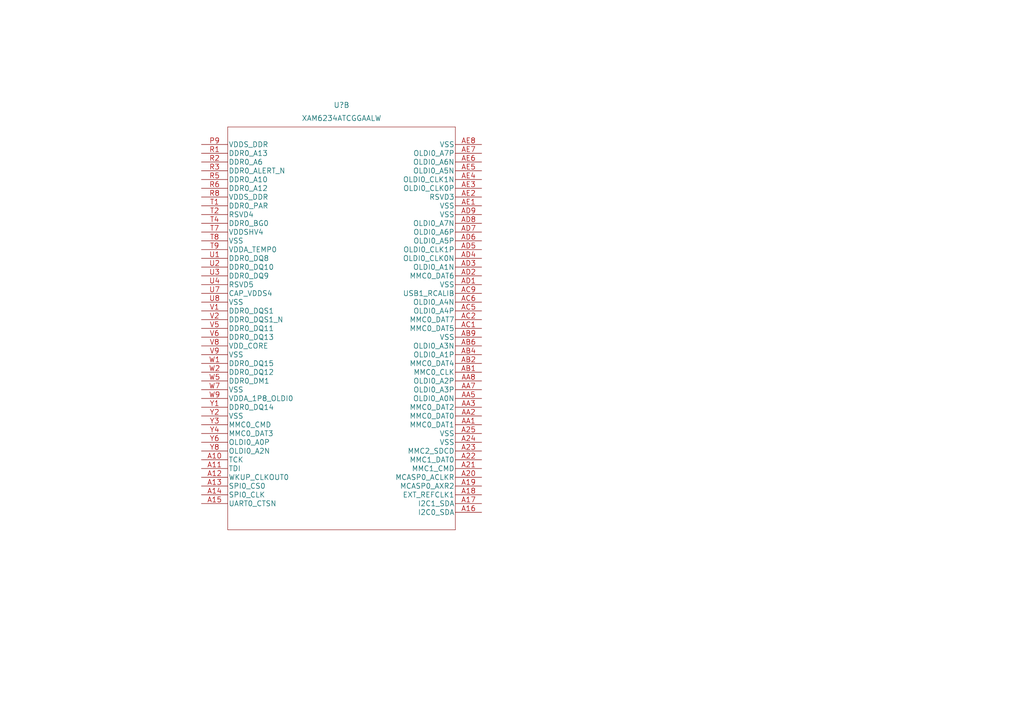
<source format=kicad_sch>
(kicad_sch (version 20211123) (generator eeschema)
  (paper "A4")
  (lib_symbols
    (symbol "XAM6234ATCGGAALW:XAM6234ATCGGAALW" (pin_names (offset 0.254))
      (property "Reference" "U" (at 45.72 10.16 0))
      (property "Value" "XAM6234ATCGGAALW" (at 45.72 7.62 0))
      (symbol "XAM6234ATCGGAALW_1_1"
        (polyline (pts (xy 7.62 -111.76) (xy 83.82 -111.76)) (stroke (width 0.127)))
        (polyline (pts (xy 7.62 5.08) (xy 7.62 -111.76)) (stroke (width 0.127)))
        (polyline (pts (xy 83.82 -111.76) (xy 83.82 5.08)) (stroke (width 0.127)))
        (polyline (pts (xy 83.82 5.08) (xy 7.62 5.08)) (stroke (width 0.127)))
        (pin power_in line (at 0 0 0) (length 7.62) (name "VSS") (number "A1"))
        (pin unspecified line (at 0 -2.54 0) (length 7.62) (name "RSVD1") (number "A2"))
        (pin output line (at 0 -5.08 0) (length 7.62) (name "MCU_OSC0_XO") (number "A3"))
        (pin bidirectional line (at 0 -7.62 0) (length 7.62) (name "WKUP_UART0_RTSN") (number "A4"))
        (pin bidirectional line (at 0 -10.16 0) (length 7.62) (name "MCU_UART0_TXD") (number "A5"))
        (pin bidirectional line (at 0 -12.7 0) (length 7.62) (name "MCU_UART0_CTSN") (number "A6"))
        (pin bidirectional line (at 0 -15.24 0) (length 7.62) (name "MCU_SPI0_CLK") (number "A7"))
        (pin bidirectional line (at 0 -17.78 0) (length 7.62) (name "MCU_I2C0_SCL") (number "A8"))
        (pin bidirectional line (at 0 -20.32 0) (length 7.62) (name "WKUP_I2C0_SDA") (number "A9"))
        (pin unspecified line (at 0 -22.86 0) (length 7.62) (name "RSVD0") (number "B1"))
        (pin input line (at 0 -25.4 0) (length 7.62) (name "MCU_OSC0_XI") (number "B2"))
        (pin bidirectional line (at 0 -27.94 0) (length 7.62) (name "MCU_MCAN0_RX") (number "B3"))
        (pin bidirectional line (at 0 -30.48 0) (length 7.62) (name "WKUP_UART0_RXD") (number "B4"))
        (pin bidirectional line (at 0 -33.02 0) (length 7.62) (name "MCU_UART0_RXD") (number "B5"))
        (pin bidirectional line (at 0 -35.56 0) (length 7.62) (name "MCU_UART0_RTSN") (number "B6"))
        (pin bidirectional line (at 0 -38.1 0) (length 7.62) (name "PMIC_LPM_EN0") (number "B7"))
        (pin bidirectional line (at 0 -40.64 0) (length 7.62) (name "MCU_SPI0_CS1") (number "B8"))
        (pin bidirectional line (at 0 -43.18 0) (length 7.62) (name "WKUP_I2C0_SCL") (number "B9"))
        (pin bidirectional line (at 0 -45.72 0) (length 7.62) (name "WKUP_LFOSC0_XO") (number "C1"))
        (pin input line (at 0 -48.26 0) (length 7.62) (name "WKUP_LFOSC0_XI") (number "C2"))
        (pin bidirectional line (at 0 -50.8 0) (length 7.62) (name "WKUP_UART0_TXD") (number "C5"))
        (pin bidirectional line (at 0 -53.34 0) (length 7.62) (name "WKUP_UART0_CTSN") (number "C6"))
        (pin bidirectional line (at 0 -55.88 0) (length 7.62) (name "MCU_SPI0_D1") (number "C9"))
        (pin bidirectional line (at 0 -58.42 0) (length 7.62) (name "MCU_ERRORN") (number "D1"))
        (pin bidirectional line (at 0 -60.96 0) (length 7.62) (name "MCU_PORZ") (number "D2"))
        (pin bidirectional line (at 0 -63.5 0) (length 7.62) (name "MCU_MCAN1_RX") (number "D4"))
        (pin bidirectional line (at 0 -66.04 0) (length 7.62) (name "MCU_MCAN0_TX") (number "D6"))
        (pin bidirectional line (at 0 -68.58 0) (length 7.62) (name "MCU_SPI0_D0") (number "D9"))
        (pin bidirectional line (at 0 -71.12 0) (length 7.62) (name "DDR0_DQS0") (number "E1"))
        (pin bidirectional line (at 0 -73.66 0) (length 7.62) (name "DDR0_DQS0_N") (number "E2"))
        (pin bidirectional line (at 0 -76.2 0) (length 7.62) (name "DDR0_DQ4") (number "E3"))
        (pin bidirectional line (at 0 -78.74 0) (length 7.62) (name "MCU_MCAN1_TX") (number "E5"))
        (pin unspecified line (at 0 -81.28 0) (length 7.62) (name "RSVD8") (number "E7"))
        (pin bidirectional line (at 0 -83.82 0) (length 7.62) (name "MCU_SPI0_CS0") (number "E8"))
        (pin bidirectional line (at 0 -86.36 0) (length 7.62) (name "DDR0_DQ7") (number "F1"))
        (pin bidirectional line (at 0 -88.9 0) (length 7.62) (name "DDR0_DQ6") (number "F2"))
        (pin bidirectional line (at 0 -91.44 0) (length 7.62) (name "DDR0_DQ2") (number "F3"))
        (pin bidirectional line (at 0 -93.98 0) (length 7.62) (name "DDR0_DQ0") (number "F4"))
        (pin unspecified line (at 0 -96.52 0) (length 7.62) (name "RSVD2") (number "F6"))
        (pin power_in line (at 0 -99.06 0) (length 7.62) (name "VDD_CANUART") (number "F8"))
        (pin output line (at 0 -101.6 0) (length 7.62) (name "DDR0_RESET0_N") (number "G1"))
        (pin bidirectional line (at 0 -104.14 0) (length 7.62) (name "DDR0_DQ5") (number "G2"))
        (pin bidirectional line (at 91.44 -106.68 180) (length 7.62) (name "DDR0_DQ1") (number "G5"))
        (pin power_in line (at 91.44 -104.14 180) (length 7.62) (name "VDDS_OSC0") (number "G7"))
        (pin unspecified line (at 91.44 -101.6 180) (length 7.62) (name "CAP_VDDS_CANUART") (number "G9"))
        (pin output line (at 91.44 -99.06 180) (length 7.62) (name "DDR0_ODT0") (number "H1"))
        (pin output line (at 91.44 -96.52 180) (length 7.62) (name "DDR0_CKE0") (number "H2"))
        (pin bidirectional line (at 91.44 -93.98 180) (length 7.62) (name "DDR0_DM0") (number "H5"))
        (pin bidirectional line (at 91.44 -91.44 180) (length 7.62) (name "DDR0_DQ3") (number "H6"))
        (pin power_in line (at 91.44 -88.9 180) (length 7.62) (name "VDD_CORE") (number "H8"))
        (pin power_in line (at 91.44 -86.36 180) (length 7.62) (name "VDDSHV_CANUART") (number "H9"))
        (pin output line (at 91.44 -83.82 180) (length 7.62) (name "DDR0_A0") (number "J1"))
        (pin output line (at 91.44 -81.28 180) (length 7.62) (name "DDR0_A1") (number "J2"))
        (pin output line (at 91.44 -78.74 180) (length 7.62) (name "DDR0_ODT1") (number "J3"))
        (pin output line (at 91.44 -76.2 180) (length 7.62) (name "DDR0_CKE1") (number "J4"))
        (pin power_in line (at 91.44 -73.66 180) (length 7.62) (name "VSS") (number "J7"))
        (pin power_in line (at 91.44 -71.12 180) (length 7.62) (name "VPP") (number "J8"))
        (pin output line (at 91.44 -68.58 180) (length 7.62) (name "DDR0_A5") (number "K1"))
        (pin output line (at 91.44 -66.04 180) (length 7.62) (name "DDR0_CS1_N") (number "K2"))
        (pin output line (at 91.44 -63.5 180) (length 7.62) (name "DDR0_A2") (number "K3"))
        (pin output line (at 91.44 -60.96 180) (length 7.62) (name "DDR0_A4") (number "K4"))
        (pin power_in line (at 91.44 -58.42 180) (length 7.62) (name "VSS") (number "K7"))
        (pin power_in line (at 91.44 -55.88 180) (length 7.62) (name "VDDS_DDR") (number "K9"))
        (pin output line (at 91.44 -53.34 180) (length 7.62) (name "DDR0_CK0") (number "L1"))
        (pin output line (at 91.44 -50.8 180) (length 7.62) (name "DDR0_CK0_N") (number "L2"))
        (pin output line (at 91.44 -48.26 180) (length 7.62) (name "DDR0_A3") (number "L5"))
        (pin output line (at 91.44 -45.72 180) (length 7.62) (name "DDR0_CS0_N") (number "L6"))
        (pin power_in line (at 91.44 -43.18 180) (length 7.62) (name "VDDS_DDR") (number "L8"))
        (pin output line (at 91.44 -40.64 180) (length 7.62) (name "DDR0_BA0") (number "M1"))
        (pin unspecified line (at 91.44 -38.1 180) (length 7.62) (name "DDR0_CAL0") (number "M2"))
        (pin output line (at 91.44 -35.56 180) (length 7.62) (name "DDR0_CAS_N") (number "M4"))
        (pin output line (at 91.44 -33.02 180) (length 7.62) (name "DDR0_RAS_N") (number "M5"))
        (pin power_in line (at 91.44 -30.48 180) (length 7.62) (name "VSS") (number "M7"))
        (pin power_in line (at 91.44 -27.94 180) (length 7.62) (name "VSS") (number "M8"))
        (pin power_in line (at 91.44 -25.4 180) (length 7.62) (name "VDDS_DDR_C") (number "M9"))
        (pin output line (at 91.44 -22.86 180) (length 7.62) (name "DDR0_BA1") (number "N1"))
        (pin output line (at 91.44 -20.32 180) (length 7.62) (name "DDR0_BG1") (number "N2"))
        (pin output line (at 91.44 -17.78 180) (length 7.62) (name "DDR0_WE_N") (number "N3"))
        (pin output line (at 91.44 -15.24 180) (length 7.62) (name "DDR0_ACT_N") (number "N6"))
        (pin power_in line (at 91.44 -12.7 180) (length 7.62) (name "VDD_CORE") (number "N8"))
        (pin output line (at 91.44 -10.16 180) (length 7.62) (name "DDR0_A8") (number "P1"))
        (pin output line (at 91.44 -7.62 180) (length 7.62) (name "DDR0_A7") (number "P2"))
        (pin output line (at 91.44 -5.08 180) (length 7.62) (name "DDR0_A9") (number "P4"))
        (pin output line (at 91.44 -2.54 180) (length 7.62) (name "DDR0_A11") (number "P5"))
        (pin power_in line (at 91.44 0 180) (length 7.62) (name "VSS") (number "P7"))
      )
      (symbol "XAM6234ATCGGAALW_2_1"
        (polyline (pts (xy 7.62 -111.76) (xy 73.66 -111.76)) (stroke (width 0.127)))
        (polyline (pts (xy 7.62 5.08) (xy 7.62 -111.76)) (stroke (width 0.127)))
        (polyline (pts (xy 73.66 -111.76) (xy 73.66 5.08)) (stroke (width 0.127)))
        (polyline (pts (xy 73.66 5.08) (xy 7.62 5.08)) (stroke (width 0.127)))
        (pin input line (at 0 -91.44 0) (length 7.62) (name "TCK") (number "A10"))
        (pin input line (at 0 -93.98 0) (length 7.62) (name "TDI") (number "A11"))
        (pin bidirectional line (at 0 -96.52 0) (length 7.62) (name "WKUP_CLKOUT0") (number "A12"))
        (pin bidirectional line (at 0 -99.06 0) (length 7.62) (name "SPI0_CS0") (number "A13"))
        (pin bidirectional line (at 0 -101.6 0) (length 7.62) (name "SPI0_CLK") (number "A14"))
        (pin bidirectional line (at 0 -104.14 0) (length 7.62) (name "UART0_CTSN") (number "A15"))
        (pin bidirectional line (at 81.28 -106.68 180) (length 7.62) (name "I2C0_SDA") (number "A16"))
        (pin bidirectional line (at 81.28 -104.14 180) (length 7.62) (name "I2C1_SDA") (number "A17"))
        (pin bidirectional line (at 81.28 -101.6 180) (length 7.62) (name "EXT_REFCLK1") (number "A18"))
        (pin bidirectional line (at 81.28 -99.06 180) (length 7.62) (name "MCASP0_AXR2") (number "A19"))
        (pin bidirectional line (at 81.28 -96.52 180) (length 7.62) (name "MCASP0_ACLKR") (number "A20"))
        (pin bidirectional line (at 81.28 -93.98 180) (length 7.62) (name "MMC1_CMD") (number "A21"))
        (pin bidirectional line (at 81.28 -91.44 180) (length 7.62) (name "MMC1_DAT0") (number "A22"))
        (pin bidirectional line (at 81.28 -88.9 180) (length 7.62) (name "MMC2_SDCD") (number "A23"))
        (pin power_in line (at 81.28 -86.36 180) (length 7.62) (name "VSS") (number "A24"))
        (pin power_in line (at 81.28 -83.82 180) (length 7.62) (name "VSS") (number "A25"))
        (pin bidirectional line (at 81.28 -81.28 180) (length 7.62) (name "MMC0_DAT1") (number "AA1"))
        (pin bidirectional line (at 81.28 -78.74 180) (length 7.62) (name "MMC0_DAT0") (number "AA2"))
        (pin bidirectional line (at 81.28 -76.2 180) (length 7.62) (name "MMC0_DAT2") (number "AA3"))
        (pin bidirectional line (at 81.28 -73.66 180) (length 7.62) (name "OLDI0_A0N") (number "AA5"))
        (pin bidirectional line (at 81.28 -71.12 180) (length 7.62) (name "OLDI0_A3P") (number "AA7"))
        (pin bidirectional line (at 81.28 -68.58 180) (length 7.62) (name "OLDI0_A2P") (number "AA8"))
        (pin bidirectional line (at 81.28 -66.04 180) (length 7.62) (name "MMC0_CLK") (number "AB1"))
        (pin bidirectional line (at 81.28 -63.5 180) (length 7.62) (name "MMC0_DAT4") (number "AB2"))
        (pin bidirectional line (at 81.28 -60.96 180) (length 7.62) (name "OLDI0_A1P") (number "AB4"))
        (pin bidirectional line (at 81.28 -58.42 180) (length 7.62) (name "OLDI0_A3N") (number "AB6"))
        (pin power_in line (at 81.28 -55.88 180) (length 7.62) (name "VSS") (number "AB9"))
        (pin bidirectional line (at 81.28 -53.34 180) (length 7.62) (name "MMC0_DAT5") (number "AC1"))
        (pin bidirectional line (at 81.28 -50.8 180) (length 7.62) (name "MMC0_DAT7") (number "AC2"))
        (pin bidirectional line (at 81.28 -48.26 180) (length 7.62) (name "OLDI0_A4P") (number "AC5"))
        (pin bidirectional line (at 81.28 -45.72 180) (length 7.62) (name "OLDI0_A4N") (number "AC6"))
        (pin bidirectional line (at 81.28 -43.18 180) (length 7.62) (name "USB1_RCALIB") (number "AC9"))
        (pin power_in line (at 81.28 -40.64 180) (length 7.62) (name "VSS") (number "AD1"))
        (pin bidirectional line (at 81.28 -38.1 180) (length 7.62) (name "MMC0_DAT6") (number "AD2"))
        (pin bidirectional line (at 81.28 -35.56 180) (length 7.62) (name "OLDI0_A1N") (number "AD3"))
        (pin bidirectional line (at 81.28 -33.02 180) (length 7.62) (name "OLDI0_CLK0N") (number "AD4"))
        (pin bidirectional line (at 81.28 -30.48 180) (length 7.62) (name "OLDI0_CLK1P") (number "AD5"))
        (pin bidirectional line (at 81.28 -27.94 180) (length 7.62) (name "OLDI0_A5P") (number "AD6"))
        (pin bidirectional line (at 81.28 -25.4 180) (length 7.62) (name "OLDI0_A6P") (number "AD7"))
        (pin bidirectional line (at 81.28 -22.86 180) (length 7.62) (name "OLDI0_A7N") (number "AD8"))
        (pin power_in line (at 81.28 -20.32 180) (length 7.62) (name "VSS") (number "AD9"))
        (pin power_in line (at 81.28 -17.78 180) (length 7.62) (name "VSS") (number "AE1"))
        (pin unspecified line (at 81.28 -15.24 180) (length 7.62) (name "RSVD3") (number "AE2"))
        (pin bidirectional line (at 81.28 -12.7 180) (length 7.62) (name "OLDI0_CLK0P") (number "AE3"))
        (pin bidirectional line (at 81.28 -10.16 180) (length 7.62) (name "OLDI0_CLK1N") (number "AE4"))
        (pin bidirectional line (at 81.28 -7.62 180) (length 7.62) (name "OLDI0_A5N") (number "AE5"))
        (pin bidirectional line (at 81.28 -5.08 180) (length 7.62) (name "OLDI0_A6N") (number "AE6"))
        (pin bidirectional line (at 81.28 -2.54 180) (length 7.62) (name "OLDI0_A7P") (number "AE7"))
        (pin power_in line (at 81.28 0 180) (length 7.62) (name "VSS") (number "AE8"))
        (pin power_in line (at 0 0 0) (length 7.62) (name "VDDS_DDR") (number "P9"))
        (pin output line (at 0 -2.54 0) (length 7.62) (name "DDR0_A13") (number "R1"))
        (pin output line (at 0 -5.08 0) (length 7.62) (name "DDR0_A6") (number "R2"))
        (pin bidirectional line (at 0 -7.62 0) (length 7.62) (name "DDR0_ALERT_N") (number "R3"))
        (pin output line (at 0 -10.16 0) (length 7.62) (name "DDR0_A10") (number "R5"))
        (pin output line (at 0 -12.7 0) (length 7.62) (name "DDR0_A12") (number "R6"))
        (pin power_in line (at 0 -15.24 0) (length 7.62) (name "VDDS_DDR") (number "R8"))
        (pin output line (at 0 -17.78 0) (length 7.62) (name "DDR0_PAR") (number "T1"))
        (pin unspecified line (at 0 -20.32 0) (length 7.62) (name "RSVD4") (number "T2"))
        (pin output line (at 0 -22.86 0) (length 7.62) (name "DDR0_BG0") (number "T4"))
        (pin power_in line (at 0 -25.4 0) (length 7.62) (name "VDDSHV4") (number "T7"))
        (pin power_in line (at 0 -27.94 0) (length 7.62) (name "VSS") (number "T8"))
        (pin power_in line (at 0 -30.48 0) (length 7.62) (name "VDDA_TEMP0") (number "T9"))
        (pin bidirectional line (at 0 -33.02 0) (length 7.62) (name "DDR0_DQ8") (number "U1"))
        (pin bidirectional line (at 0 -35.56 0) (length 7.62) (name "DDR0_DQ10") (number "U2"))
        (pin bidirectional line (at 0 -38.1 0) (length 7.62) (name "DDR0_DQ9") (number "U3"))
        (pin unspecified line (at 0 -40.64 0) (length 7.62) (name "RSVD5") (number "U4"))
        (pin unspecified line (at 0 -43.18 0) (length 7.62) (name "CAP_VDDS4") (number "U7"))
        (pin power_in line (at 0 -45.72 0) (length 7.62) (name "VSS") (number "U8"))
        (pin bidirectional line (at 0 -48.26 0) (length 7.62) (name "DDR0_DQS1") (number "V1"))
        (pin bidirectional line (at 0 -50.8 0) (length 7.62) (name "DDR0_DQS1_N") (number "V2"))
        (pin bidirectional line (at 0 -53.34 0) (length 7.62) (name "DDR0_DQ11") (number "V5"))
        (pin bidirectional line (at 0 -55.88 0) (length 7.62) (name "DDR0_DQ13") (number "V6"))
        (pin power_in line (at 0 -58.42 0) (length 7.62) (name "VDD_CORE") (number "V8"))
        (pin power_in line (at 0 -60.96 0) (length 7.62) (name "VSS") (number "V9"))
        (pin bidirectional line (at 0 -63.5 0) (length 7.62) (name "DDR0_DQ15") (number "W1"))
        (pin bidirectional line (at 0 -66.04 0) (length 7.62) (name "DDR0_DQ12") (number "W2"))
        (pin bidirectional line (at 0 -68.58 0) (length 7.62) (name "DDR0_DM1") (number "W5"))
        (pin power_in line (at 0 -71.12 0) (length 7.62) (name "VSS") (number "W7"))
        (pin power_in line (at 0 -73.66 0) (length 7.62) (name "VDDA_1P8_OLDI0") (number "W9"))
        (pin bidirectional line (at 0 -76.2 0) (length 7.62) (name "DDR0_DQ14") (number "Y1"))
        (pin power_in line (at 0 -78.74 0) (length 7.62) (name "VSS") (number "Y2"))
        (pin bidirectional line (at 0 -81.28 0) (length 7.62) (name "MMC0_CMD") (number "Y3"))
        (pin bidirectional line (at 0 -83.82 0) (length 7.62) (name "MMC0_DAT3") (number "Y4"))
        (pin bidirectional line (at 0 -86.36 0) (length 7.62) (name "OLDI0_A0P") (number "Y6"))
        (pin bidirectional line (at 0 -88.9 0) (length 7.62) (name "OLDI0_A2N") (number "Y8"))
      )
      (symbol "XAM6234ATCGGAALW_3_1"
        (polyline (pts (xy 7.62 -111.76) (xy 73.66 -111.76)) (stroke (width 0.127)))
        (polyline (pts (xy 7.62 5.08) (xy 7.62 -111.76)) (stroke (width 0.127)))
        (polyline (pts (xy 73.66 -111.76) (xy 73.66 5.08)) (stroke (width 0.127)))
        (polyline (pts (xy 73.66 5.08) (xy 7.62 5.08)) (stroke (width 0.127)))
        (pin bidirectional line (at 0 0 0) (length 7.62) (name "USB1_DP") (number "AE9"))
        (pin input line (at 0 -2.54 0) (length 7.62) (name "TRSTN") (number "B10"))
        (pin input line (at 0 -5.08 0) (length 7.62) (name "TMS") (number "B11"))
        (pin bidirectional line (at 0 -7.62 0) (length 7.62) (name "MCU_RESETSTATZ") (number "B12"))
        (pin bidirectional line (at 0 -10.16 0) (length 7.62) (name "SPI0_D0") (number "B13"))
        (pin bidirectional line (at 0 -12.7 0) (length 7.62) (name "SPI0_D1") (number "B14"))
        (pin bidirectional line (at 0 -15.24 0) (length 7.62) (name "UART0_RTSN") (number "B15"))
        (pin bidirectional line (at 0 -17.78 0) (length 7.62) (name "I2C0_SCL") (number "B16"))
        (pin bidirectional line (at 0 -20.32 0) (length 7.62) (name "I2C1_SCL") (number "B17"))
        (pin bidirectional line (at 0 -22.86 0) (length 7.62) (name "MCASP0_AXR1") (number "B18"))
        (pin bidirectional line (at 0 -25.4 0) (length 7.62) (name "MCASP0_AXR3") (number "B19"))
        (pin bidirectional line (at 0 -27.94 0) (length 7.62) (name "MCASP0_ACLKX") (number "B20"))
        (pin bidirectional line (at 0 -30.48 0) (length 7.62) (name "MMC1_DAT1") (number "B21"))
        (pin bidirectional line (at 0 -33.02 0) (length 7.62) (name "MMC1_CLK") (number "B22"))
        (pin bidirectional line (at 0 -35.56 0) (length 7.62) (name "MMC2_SDWP") (number "B23"))
        (pin bidirectional line (at 0 -38.1 0) (length 7.62) (name "MMC2_DAT0") (number "B24"))
        (pin power_in line (at 0 -40.64 0) (length 7.62) (name "VSS") (number "B25"))
        (pin bidirectional line (at 0 -43.18 0) (length 7.62) (name "EMU1") (number "C11"))
        (pin bidirectional line (at 0 -45.72 0) (length 7.62) (name "SPI0_CS1") (number "C13"))
        (pin bidirectional line (at 0 -48.26 0) (length 7.62) (name "MCAN0_TX") (number "C15"))
        (pin bidirectional line (at 0 -50.8 0) (length 7.62) (name "MMC1_SDWP") (number "C17"))
        (pin bidirectional line (at 0 -53.34 0) (length 7.62) (name "USB0_DRVVBUS") (number "C20"))
        (pin bidirectional line (at 0 -55.88 0) (length 7.62) (name "MMC1_DAT2") (number "C21"))
        (pin bidirectional line (at 0 -58.42 0) (length 7.62) (name "MMC2_CMD") (number "C24"))
        (pin bidirectional line (at 0 -60.96 0) (length 7.62) (name "MMC2_DAT1") (number "C25"))
        (pin bidirectional line (at 0 -63.5 0) (length 7.62) (name "MCU_I2C0_SDA") (number "D10"))
        (pin output line (at 0 -66.04 0) (length 7.62) (name "TDO") (number "D12"))
        (pin bidirectional line (at 0 -68.58 0) (length 7.62) (name "UART0_RXD") (number "D14"))
        (pin bidirectional line (at 0 -71.12 0) (length 7.62) (name "EXTINTN") (number "D16"))
        (pin bidirectional line (at 0 -73.66 0) (length 7.62) (name "MMC1_SDCD") (number "D17"))
        (pin bidirectional line (at 0 -76.2 0) (length 7.62) (name "MCASP0_AFSX") (number "D20"))
        (pin bidirectional line (at 0 -78.74 0) (length 7.62) (name "MMC1_DAT3") (number "D22"))
        (pin bidirectional line (at 0 -81.28 0) (length 7.62) (name "MMC2_DAT3") (number "D24"))
        (pin bidirectional line (at 0 -83.82 0) (length 7.62) (name "MMC2_CLK") (number "D25"))
        (pin bidirectional line (at 0 -86.36 0) (length 7.62) (name "MCU_RESETZ") (number "E11"))
        (pin bidirectional line (at 0 -88.9 0) (length 7.62) (name "EMU0") (number "E12"))
        (pin bidirectional line (at 0 -91.44 0) (length 7.62) (name "UART0_TXD") (number "E14"))
        (pin bidirectional line (at 0 -93.98 0) (length 7.62) (name "MCAN0_RX") (number "E15"))
        (pin bidirectional line (at 0 -96.52 0) (length 7.62) (name "MCASP0_AXR0") (number "E18"))
        (pin bidirectional line (at 0 -99.06 0) (length 7.62) (name "MCASP0_AFSR") (number "E19"))
        (pin output line (at 0 -101.6 0) (length 7.62) (name "PORZ_OUT") (number "E21"))
        (pin bidirectional line (at 0 -104.14 0) (length 7.62) (name "MMC2_DAT2") (number "E23"))
        (pin bidirectional line (at 81.28 -106.68 180) (length 7.62) (name "OSPI0_CSN3") (number "E24"))
        (pin bidirectional line (at 81.28 -104.14 180) (length 7.62) (name "OSPI0_D0") (number "E25"))
        (pin power_in line (at 81.28 -101.6 180) (length 7.62) (name "VDDSHV_MCU") (number "F11"))
        (pin power_in line (at 81.28 -99.06 180) (length 7.62) (name "VSS") (number "F13"))
        (pin power_in line (at 81.28 -96.52 180) (length 7.62) (name "VDDSHV0") (number "F15"))
        (pin bidirectional line (at 81.28 -93.98 180) (length 7.62) (name "USB1_DRVVBUS") (number "F18"))
        (pin input line (at 81.28 -91.44 180) (length 7.62) (name "RESET_REQZ") (number "F20"))
        (pin output line (at 81.28 -88.9 180) (length 7.62) (name "RESETSTATZ") (number "F22"))
        (pin bidirectional line (at 81.28 -86.36 180) (length 7.62) (name "OSPI0_CSN0") (number "F23"))
        (pin bidirectional line (at 81.28 -83.82 180) (length 7.62) (name "OSPI0_D3") (number "F24"))
        (pin bidirectional line (at 81.28 -81.28 180) (length 7.62) (name "OSPI0_D2") (number "F25"))
        (pin unspecified line (at 81.28 -78.74 180) (length 7.62) (name "VMON_1P8_SOC") (number "G10"))
        (pin power_in line (at 81.28 -76.2 180) (length 7.62) (name "VDDSHV_MCU") (number "G12"))
        (pin power_in line (at 81.28 -73.66 180) (length 7.62) (name "VSS") (number "G13"))
        (pin power_in line (at 81.28 -71.12 180) (length 7.62) (name "VDDSHV0") (number "G14"))
        (pin power_in line (at 81.28 -68.58 180) (length 7.62) (name "VDDA_TEMP1") (number "G16"))
        (pin power_in line (at 81.28 -66.04 180) (length 7.62) (name "VDDSHV5") (number "G17"))
        (pin power_in line (at 81.28 -63.5 180) (length 7.62) (name "VSS") (number "G19"))
        (pin bidirectional line (at 81.28 -60.96 180) (length 7.62) (name "OSPI0_CSN1") (number "G21"))
        (pin bidirectional line (at 81.28 -58.42 180) (length 7.62) (name "OSPI0_D1") (number "G24"))
        (pin bidirectional line (at 81.28 -55.88 180) (length 7.62) (name "OSPI0_LBCLKO") (number "G25"))
        (pin unspecified line (at 81.28 -53.34 180) (length 7.62) (name "VMON_VSYS") (number "H10"))
        (pin unspecified line (at 81.28 -50.8 180) (length 7.62) (name "CAP_VDDS_MCU") (number "H11"))
        (pin power_in line (at 81.28 -48.26 180) (length 7.62) (name "VSS") (number "H13"))
        (pin unspecified line (at 81.28 -45.72 180) (length 7.62) (name "CAP_VDDS0") (number "H15"))
        (pin power_in line (at 81.28 -43.18 180) (length 7.62) (name "VSS") (number "H16"))
        (pin unspecified line (at 81.28 -40.64 180) (length 7.62) (name "CAP_VDDS5") (number "H17"))
        (pin power_in line (at 81.28 -38.1 180) (length 7.62) (name "VSS") (number "H18"))
        (pin power_in line (at 81.28 -35.56 180) (length 7.62) (name "VSS") (number "H20"))
        (pin bidirectional line (at 81.28 -33.02 180) (length 7.62) (name "OSPI0_CSN2") (number "H21"))
        (pin bidirectional line (at 81.28 -30.48 180) (length 7.62) (name "OSPI0_CLK") (number "H24"))
        (pin bidirectional line (at 81.28 -27.94 180) (length 7.62) (name "OSPI0_D6") (number "H25"))
        (pin power_in line (at 81.28 -25.4 180) (length 7.62) (name "VDD_CORE") (number "J11"))
        (pin power_in line (at 81.28 -22.86 180) (length 7.62) (name "VDDR_CORE") (number "J12"))
        (pin power_in line (at 81.28 -20.32 180) (length 7.62) (name "VSS") (number "J13"))
        (pin power_in line (at 81.28 -17.78 180) (length 7.62) (name "VDD_CORE") (number "J14"))
        (pin power_in line (at 81.28 -15.24 180) (length 7.62) (name "VDDSHV6") (number "J18"))
        (pin unspecified line (at 81.28 -12.7 180) (length 7.62) (name "CAP_VDDS6") (number "J19"))
        (pin bidirectional line (at 81.28 -10.16 180) (length 7.62) (name "OSPI0_D7") (number "J22"))
        (pin bidirectional line (at 81.28 -7.62 180) (length 7.62) (name "OSPI0_D4") (number "J23"))
        (pin bidirectional line (at 81.28 -5.08 180) (length 7.62) (name "OSPI0_DQS") (number "J24"))
        (pin bidirectional line (at 81.28 -2.54 180) (length 7.62) (name "OSPI0_D5") (number "J25"))
        (pin unspecified line (at 81.28 0 180) (length 7.62) (name "VMON_3P3_SOC") (number "K10"))
      )
      (symbol "XAM6234ATCGGAALW_4_1"
        (polyline (pts (xy 7.62 -111.76) (xy 68.58 -111.76)) (stroke (width 0.127)))
        (polyline (pts (xy 7.62 5.08) (xy 7.62 -111.76)) (stroke (width 0.127)))
        (polyline (pts (xy 68.58 -111.76) (xy 68.58 5.08)) (stroke (width 0.127)))
        (polyline (pts (xy 68.58 5.08) (xy 7.62 5.08)) (stroke (width 0.127)))
        (pin power_in line (at 0 0 0) (length 7.62) (name "VSS") (number "K13"))
        (pin power_in line (at 0 -2.54 0) (length 7.62) (name "VSS") (number "K15"))
        (pin power_in line (at 0 -5.08 0) (length 7.62) (name "VDDR_CORE") (number "K16"))
        (pin power_in line (at 0 -7.62 0) (length 7.62) (name "VDD_CORE") (number "K17"))
        (pin unspecified line (at 0 -10.16 0) (length 7.62) (name "CAP_VDDS1") (number "K18"))
        (pin power_in line (at 0 -12.7 0) (length 7.62) (name "VSS") (number "K19"))
        (pin bidirectional line (at 0 -15.24 0) (length 7.62) (name "GPMC0_CSN2") (number "K22"))
        (pin bidirectional line (at 0 -17.78 0) (length 7.62) (name "GPMC0_CSN3") (number "K24"))
        (pin bidirectional line (at 0 -20.32 0) (length 7.62) (name "GPMC0_WPN") (number "K25"))
        (pin power_in line (at 0 -22.86 0) (length 7.62) (name "VDDA_MCU") (number "L11"))
        (pin power_in line (at 0 -25.4 0) (length 7.62) (name "VDD_CORE") (number "L12"))
        (pin power_in line (at 0 -27.94 0) (length 7.62) (name "VDDA_PLL2") (number "L14"))
        (pin power_in line (at 0 -30.48 0) (length 7.62) (name "VDD_CORE") (number "L15"))
        (pin power_in line (at 0 -33.02 0) (length 7.62) (name "VDDSHV1") (number "L18"))
        (pin power_in line (at 0 -35.56 0) (length 7.62) (name "VSS") (number "L20"))
        (pin bidirectional line (at 0 -38.1 0) (length 7.62) (name "GPMC0_CSN1") (number "L21"))
        (pin bidirectional line (at 0 -40.64 0) (length 7.62) (name "GPMC0_ADVN_ALE") (number "L23"))
        (pin bidirectional line (at 0 -43.18 0) (length 7.62) (name "GPMC0_OEN_REN") (number "L24"))
        (pin bidirectional line (at 0 -45.72 0) (length 7.62) (name "GPMC0_WEN") (number "L25"))
        (pin power_in line (at 0 -48.26 0) (length 7.62) (name "VSS") (number "M10"))
        (pin power_in line (at 0 -50.8 0) (length 7.62) (name "VSS") (number "M12"))
        (pin power_in line (at 0 -53.34 0) (length 7.62) (name "VSS") (number "M13"))
        (pin power_in line (at 0 -55.88 0) (length 7.62) (name "VDD_CORE") (number "M16"))
        (pin power_in line (at 0 -58.42 0) (length 7.62) (name "VSS") (number "M17"))
        (pin power_in line (at 0 -60.96 0) (length 7.62) (name "VSS") (number "M18"))
        (pin power_in line (at 0 -63.5 0) (length 7.62) (name "VDDSHV1") (number "M19"))
        (pin bidirectional line (at 0 -66.04 0) (length 7.62) (name "GPMC0_CSN0") (number "M21"))
        (pin bidirectional line (at 0 -68.58 0) (length 7.62) (name "GPMC0_DIR") (number "M22"))
        (pin bidirectional line (at 0 -71.12 0) (length 7.62) (name "GPMC0_BE0N_CLE") (number "M24"))
        (pin bidirectional line (at 0 -73.66 0) (length 7.62) (name "GPMC0_AD0") (number "M25"))
        (pin power_in line (at 0 -76.2 0) (length 7.62) (name "VDD_CORE") (number "N11"))
        (pin power_in line (at 0 -78.74 0) (length 7.62) (name "VDDR_CORE") (number "N12"))
        (pin power_in line (at 0 -81.28 0) (length 7.62) (name "VDD_CORE") (number "N13"))
        (pin power_in line (at 0 -83.82 0) (length 7.62) (name "VDDR_CORE") (number "N14"))
        (pin power_in line (at 0 -86.36 0) (length 7.62) (name "VSS") (number "N15"))
        (pin power_in line (at 0 -88.9 0) (length 7.62) (name "VDDSHV3") (number "N18"))
        (pin bidirectional line (at 0 -91.44 0) (length 7.62) (name "GPMC0_BE1N") (number "N20"))
        (pin bidirectional line (at 0 -93.98 0) (length 7.62) (name "GPMC0_AD1") (number "N23"))
        (pin bidirectional line (at 0 -96.52 0) (length 7.62) (name "GPMC0_AD2") (number "N24"))
        (pin bidirectional line (at 0 -99.06 0) (length 7.62) (name "GPMC0_AD3") (number "N25"))
        (pin power_in line (at 0 -101.6 0) (length 7.62) (name "VSS") (number "P10"))
        (pin power_in line (at 0 -104.14 0) (length 7.62) (name "VSS") (number "P13"))
        (pin power_in line (at 76.2 -106.68 180) (length 7.62) (name "VDDR_CORE") (number "P16"))
        (pin power_in line (at 76.2 -104.14 180) (length 7.62) (name "VDD_CORE") (number "P17"))
        (pin power_in line (at 76.2 -101.6 180) (length 7.62) (name "VDDSHV3") (number "P18"))
        (pin unspecified line (at 76.2 -99.06 180) (length 7.62) (name "CAP_VDDS3") (number "P19"))
        (pin bidirectional line (at 76.2 -96.52 180) (length 7.62) (name "GPMC0_AD6") (number "P21"))
        (pin bidirectional line (at 76.2 -93.98 180) (length 7.62) (name "GPMC0_AD5") (number "P22"))
        (pin bidirectional line (at 76.2 -91.44 180) (length 7.62) (name "GPMC0_AD4") (number "P24"))
        (pin bidirectional line (at 76.2 -88.9 180) (length 7.62) (name "GPMC0_CLK") (number "P25"))
        (pin power_in line (at 76.2 -86.36 180) (length 7.62) (name "VDD_CORE") (number "R11"))
        (pin power_in line (at 76.2 -83.82 180) (length 7.62) (name "VDDR_CORE") (number "R12"))
        (pin power_in line (at 76.2 -81.28 180) (length 7.62) (name "VSS") (number "R13"))
        (pin power_in line (at 76.2 -78.74 180) (length 7.62) (name "VDD_CORE") (number "R14"))
        (pin power_in line (at 76.2 -76.2 180) (length 7.62) (name "VSS") (number "R15"))
        (pin power_in line (at 76.2 -73.66 180) (length 7.62) (name "VSS") (number "R18"))
        (pin power_in line (at 76.2 -71.12 180) (length 7.62) (name "VSS") (number "R20"))
        (pin bidirectional line (at 76.2 -68.58 180) (length 7.62) (name "GPMC0_AD11") (number "R21"))
        (pin bidirectional line (at 76.2 -66.04 180) (length 7.62) (name "GPMC0_AD7") (number "R23"))
        (pin bidirectional line (at 76.2 -63.5 180) (length 7.62) (name "GPMC0_AD8") (number "R24"))
        (pin bidirectional line (at 76.2 -60.96 180) (length 7.62) (name "GPMC0_AD9") (number "R25"))
        (pin power_in line (at 76.2 -58.42 180) (length 7.62) (name "VDDR_CORE") (number "T10"))
        (pin power_in line (at 76.2 -55.88 180) (length 7.62) (name "VSS") (number "T13"))
        (pin power_in line (at 76.2 -53.34 180) (length 7.62) (name "VSS") (number "T14"))
        (pin power_in line (at 76.2 -50.8 180) (length 7.62) (name "VSS") (number "T16"))
        (pin power_in line (at 76.2 -48.26 180) (length 7.62) (name "VSS") (number "T17"))
        (pin power_in line (at 76.2 -45.72 180) (length 7.62) (name "VSS") (number "T18"))
        (pin power_in line (at 76.2 -43.18 180) (length 7.62) (name "VDDSHV3") (number "T19"))
        (pin bidirectional line (at 76.2 -40.64 180) (length 7.62) (name "GPMC0_AD12") (number "T22"))
        (pin bidirectional line (at 76.2 -38.1 180) (length 7.62) (name "GPMC0_AD13") (number "T24"))
        (pin bidirectional line (at 76.2 -35.56 180) (length 7.62) (name "GPMC0_AD10") (number "T25"))
        (pin power_in line (at 76.2 -33.02 180) (length 7.62) (name "VDDA_PLL0") (number "U11"))
        (pin power_in line (at 76.2 -30.48 180) (length 7.62) (name "VDD_CORE") (number "U12"))
        (pin power_in line (at 76.2 -27.94 180) (length 7.62) (name "VDDR_CORE") (number "U14"))
        (pin power_in line (at 76.2 -25.4 180) (length 7.62) (name "VDDA_PLL1") (number "U15"))
        (pin power_in line (at 76.2 -22.86 180) (length 7.62) (name "VDDSHV3") (number "U18"))
        (pin power_in line (at 76.2 -20.32 180) (length 7.62) (name "VSS") (number "U19"))
        (pin bidirectional line (at 76.2 -17.78 180) (length 7.62) (name "VOUT0_DATA0") (number "U22"))
        (pin bidirectional line (at 76.2 -15.24 180) (length 7.62) (name "GPMC0_WAIT0") (number "U23"))
        (pin bidirectional line (at 76.2 -12.7 180) (length 7.62) (name "GPMC0_AD15") (number "U24"))
        (pin bidirectional line (at 76.2 -10.16 180) (length 7.62) (name "GPMC0_AD14") (number "U25"))
        (pin power_in line (at 76.2 -7.62 180) (length 7.62) (name "VSS") (number "V10"))
        (pin power_in line (at 76.2 -5.08 180) (length 7.62) (name "VSS") (number "V11"))
        (pin power_in line (at 76.2 -2.54 180) (length 7.62) (name "VSS") (number "V13"))
        (pin power_in line (at 76.2 0 180) (length 7.62) (name "VDD_CORE") (number "V15"))
      )
      (symbol "XAM6234ATCGGAALW_5_1"
        (polyline (pts (xy 7.62 -111.76) (xy 78.74 -111.76)) (stroke (width 0.127)))
        (polyline (pts (xy 7.62 5.08) (xy 7.62 -111.76)) (stroke (width 0.127)))
        (polyline (pts (xy 78.74 -111.76) (xy 78.74 5.08)) (stroke (width 0.127)))
        (polyline (pts (xy 78.74 5.08) (xy 7.62 5.08)) (stroke (width 0.127)))
        (pin power_in line (at 0 -66.04 0) (length 7.62) (name "VSS") (number "AA11"))
        (pin unspecified line (at 0 -68.58 0) (length 7.62) (name "RSVD6") (number "AA12"))
        (pin unspecified line (at 0 -71.12 0) (length 7.62) (name "CSI0_RXRCALIB") (number "AA14"))
        (pin bidirectional line (at 0 -73.66 0) (length 7.62) (name "RGMII1_RD3") (number "AA15"))
        (pin bidirectional line (at 0 -76.2 0) (length 7.62) (name "RGMII2_TD1") (number "AA18"))
        (pin bidirectional line (at 0 -78.74 0) (length 7.62) (name "RGMII2_TX_CTL") (number "AA19"))
        (pin bidirectional line (at 0 -81.28 0) (length 7.62) (name "VOUT0_DATA15") (number "AA21"))
        (pin bidirectional line (at 0 -83.82 0) (length 7.62) (name "VOUT0_DATA11") (number "AA23"))
        (pin bidirectional line (at 0 -86.36 0) (length 7.62) (name "VOUT0_DATA13") (number "AA24"))
        (pin bidirectional line (at 0 -88.9 0) (length 7.62) (name "VOUT0_DATA7") (number "AA25"))
        (pin unspecified line (at 0 -91.44 0) (length 7.62) (name "USB1_VBUS") (number "AB10"))
        (pin input line (at 0 -93.98 0) (length 7.62) (name "CSI0_RXN3") (number "AB12"))
        (pin input line (at 0 -96.52 0) (length 7.62) (name "CSI0_RXN0") (number "AB14"))
        (pin bidirectional line (at 0 -99.06 0) (length 7.62) (name "RGMII1_RD2") (number "AB16"))
        (pin bidirectional line (at 0 -101.6 0) (length 7.62) (name "RGMII1_RD0") (number "AB17"))
        (pin bidirectional line (at 0 -104.14 0) (length 7.62) (name "RGMII2_RD1") (number "AB20"))
        (pin bidirectional line (at 86.36 -106.68 180) (length 7.62) (name "MDIO0_MDIO") (number "AB22"))
        (pin bidirectional line (at 86.36 -104.14 180) (length 7.62) (name "VOUT0_HSYNC") (number "AB24"))
        (pin bidirectional line (at 86.36 -101.6 180) (length 7.62) (name "VOUT0_DATA12") (number "AB25"))
        (pin unspecified line (at 86.36 -99.06 180) (length 7.62) (name "USB0_VBUS") (number "AC11"))
        (pin input line (at 86.36 -96.52 180) (length 7.62) (name "CSI0_RXP3") (number "AC13"))
        (pin input line (at 86.36 -93.98 180) (length 7.62) (name "CSI0_RXP0") (number "AC15"))
        (pin bidirectional line (at 86.36 -91.44 180) (length 7.62) (name "RGMII1_RD1") (number "AC17"))
        (pin bidirectional line (at 86.36 -88.9 180) (length 7.62) (name "RGMII2_TD3") (number "AC20"))
        (pin bidirectional line (at 86.36 -86.36 180) (length 7.62) (name "RGMII2_RD2") (number "AC21"))
        (pin bidirectional line (at 86.36 -83.82 180) (length 7.62) (name "VOUT0_PCLK") (number "AC24"))
        (pin bidirectional line (at 86.36 -81.28 180) (length 7.62) (name "VOUT0_VSYNC") (number "AC25"))
        (pin bidirectional line (at 86.36 -78.74 180) (length 7.62) (name "USB1_DM") (number "AD10"))
        (pin bidirectional line (at 86.36 -76.2 180) (length 7.62) (name "USB0_DP") (number "AD11"))
        (pin power_in line (at 86.36 -73.66 180) (length 7.62) (name "VSS") (number "AD12"))
        (pin input line (at 86.36 -71.12 180) (length 7.62) (name "CSI0_RXN2") (number "AD13"))
        (pin input line (at 86.36 -68.58 180) (length 7.62) (name "CSI0_RXN1") (number "AD14"))
        (pin input line (at 86.36 -66.04 180) (length 7.62) (name "CSI0_RXCLKN") (number "AD15"))
        (pin power_in line (at 86.36 -63.5 180) (length 7.62) (name "VSS") (number "AD16"))
        (pin bidirectional line (at 86.36 -60.96 180) (length 7.62) (name "RGMII1_RXC") (number "AD17"))
        (pin bidirectional line (at 86.36 -58.42 180) (length 7.62) (name "RGMII1_TD3") (number "AD18"))
        (pin bidirectional line (at 86.36 -55.88 180) (length 7.62) (name "RGMII1_TX_CTL") (number "AD19"))
        (pin bidirectional line (at 86.36 -53.34 180) (length 7.62) (name "RGMII1_TD1") (number "AD20"))
        (pin bidirectional line (at 86.36 -50.8 180) (length 7.62) (name "RGMII2_TD2") (number "AD21"))
        (pin bidirectional line (at 86.36 -48.26 180) (length 7.62) (name "RGMII2_RX_CTL") (number "AD22"))
        (pin bidirectional line (at 86.36 -45.72 180) (length 7.62) (name "RGMII2_RXC") (number "AD23"))
        (pin bidirectional line (at 86.36 -43.18 180) (length 7.62) (name "MDIO0_MDC") (number "AD24"))
        (pin power_in line (at 86.36 -40.64 180) (length 7.62) (name "VSS") (number "AD25"))
        (pin bidirectional line (at 86.36 -38.1 180) (length 7.62) (name "USB0_RCALIB") (number "AE10"))
        (pin bidirectional line (at 86.36 -35.56 180) (length 7.62) (name "USB0_DM") (number "AE11"))
        (pin power_in line (at 86.36 -33.02 180) (length 7.62) (name "VSS") (number "AE12"))
        (pin input line (at 86.36 -30.48 180) (length 7.62) (name "CSI0_RXP2") (number "AE13"))
        (pin input line (at 86.36 -27.94 180) (length 7.62) (name "CSI0_RXP1") (number "AE14"))
        (pin input line (at 86.36 -25.4 180) (length 7.62) (name "CSI0_RXCLKP") (number "AE15"))
        (pin power_in line (at 86.36 -22.86 180) (length 7.62) (name "VSS") (number "AE16"))
        (pin bidirectional line (at 86.36 -20.32 180) (length 7.62) (name "RGMII1_RX_CTL") (number "AE17"))
        (pin bidirectional line (at 86.36 -17.78 180) (length 7.62) (name "RGMII1_TD2") (number "AE18"))
        (pin bidirectional line (at 86.36 -15.24 180) (length 7.62) (name "RGMII1_TXC") (number "AE19"))
        (pin bidirectional line (at 86.36 -12.7 180) (length 7.62) (name "RGMII1_TD0") (number "AE20"))
        (pin bidirectional line (at 86.36 -10.16 180) (length 7.62) (name "RGMII2_TXC") (number "AE21"))
        (pin bidirectional line (at 86.36 -7.62 180) (length 7.62) (name "RGMII2_RD3") (number "AE22"))
        (pin bidirectional line (at 86.36 -5.08 180) (length 7.62) (name "RGMII2_RD0") (number "AE23"))
        (pin power_in line (at 86.36 -2.54 180) (length 7.62) (name "VSS") (number "AE24"))
        (pin power_in line (at 86.36 0 180) (length 7.62) (name "VSS") (number "AE25"))
        (pin power_in line (at 0 0 0) (length 7.62) (name "VSS") (number "V16"))
        (pin power_in line (at 0 -2.54 0) (length 7.62) (name "VDD_CORE") (number "V17"))
        (pin power_in line (at 0 -5.08 0) (length 7.62) (name "VSS") (number "V18"))
        (pin bidirectional line (at 0 -7.62 0) (length 7.62) (name "VOUT0_DATA10") (number "V20"))
        (pin bidirectional line (at 0 -10.16 0) (length 7.62) (name "VOUT0_DATA8") (number "V21"))
        (pin bidirectional line (at 0 -12.7 0) (length 7.62) (name "VOUT0_DATA1") (number "V24"))
        (pin bidirectional line (at 0 -15.24 0) (length 7.62) (name "GPMC0_WAIT1") (number "V25"))
        (pin power_in line (at 0 -17.78 0) (length 7.62) (name "VDDA_1P8_OLDI0") (number "W10"))
        (pin power_in line (at 0 -20.32 0) (length 7.62) (name "VDDA_CORE_USB") (number "W12"))
        (pin power_in line (at 0 -22.86 0) (length 7.62) (name "VDDA_CORE_CSIRX0") (number "W13"))
        (pin power_in line (at 0 -25.4 0) (length 7.62) (name "VDDA_1P8_CSIRX0") (number "W14"))
        (pin power_in line (at 0 -27.94 0) (length 7.62) (name "VDDSHV2") (number "W16"))
        (pin unspecified line (at 0 -30.48 0) (length 7.62) (name "CAP_VDDS2") (number "W17"))
        (pin power_in line (at 0 -33.02 0) (length 7.62) (name "VDDSHV2") (number "W19"))
        (pin bidirectional line (at 0 -35.56 0) (length 7.62) (name "VOUT0_DATA9") (number "W21"))
        (pin bidirectional line (at 0 -38.1 0) (length 7.62) (name "VOUT0_DATA3") (number "W24"))
        (pin bidirectional line (at 0 -40.64 0) (length 7.62) (name "VOUT0_DATA2") (number "W25"))
        (pin power_in line (at 0 -43.18 0) (length 7.62) (name "VDDA_1P8_USB") (number "Y11"))
        (pin power_in line (at 0 -45.72 0) (length 7.62) (name "VDDA_3P3_USB") (number "Y13"))
        (pin unspecified line (at 0 -48.26 0) (length 7.62) (name "RSVD7") (number "Y15"))
        (pin bidirectional line (at 0 -50.8 0) (length 7.62) (name "RGMII2_TD0") (number "Y18"))
        (pin bidirectional line (at 0 -53.34 0) (length 7.62) (name "VOUT0_DE") (number "Y20"))
        (pin bidirectional line (at 0 -55.88 0) (length 7.62) (name "VOUT0_DATA14") (number "Y22"))
        (pin bidirectional line (at 0 -58.42 0) (length 7.62) (name "VOUT0_DATA6") (number "Y23"))
        (pin bidirectional line (at 0 -60.96 0) (length 7.62) (name "VOUT0_DATA5") (number "Y24"))
        (pin bidirectional line (at 0 -63.5 0) (length 7.62) (name "VOUT0_DATA4") (number "Y25"))
      )
    )
  )
  (symbol (lib_id "XAM6234ATCGGAALW:XAM6234ATCGGAALW") (at 58.42 41.91 0) (unit 2)
    (property "Reference" "U?" (at 99.06 30.48 0) (effects (font (size 1.524 1.524))))
    (property "Value" "XAM6234ATCGGAALW" (at 99.06 34.29 0) (effects (font (size 1.524 1.524))))
    (property "Footprint" "BGA425_ALW_TEX" (effects hide))
  )
)
</source>
